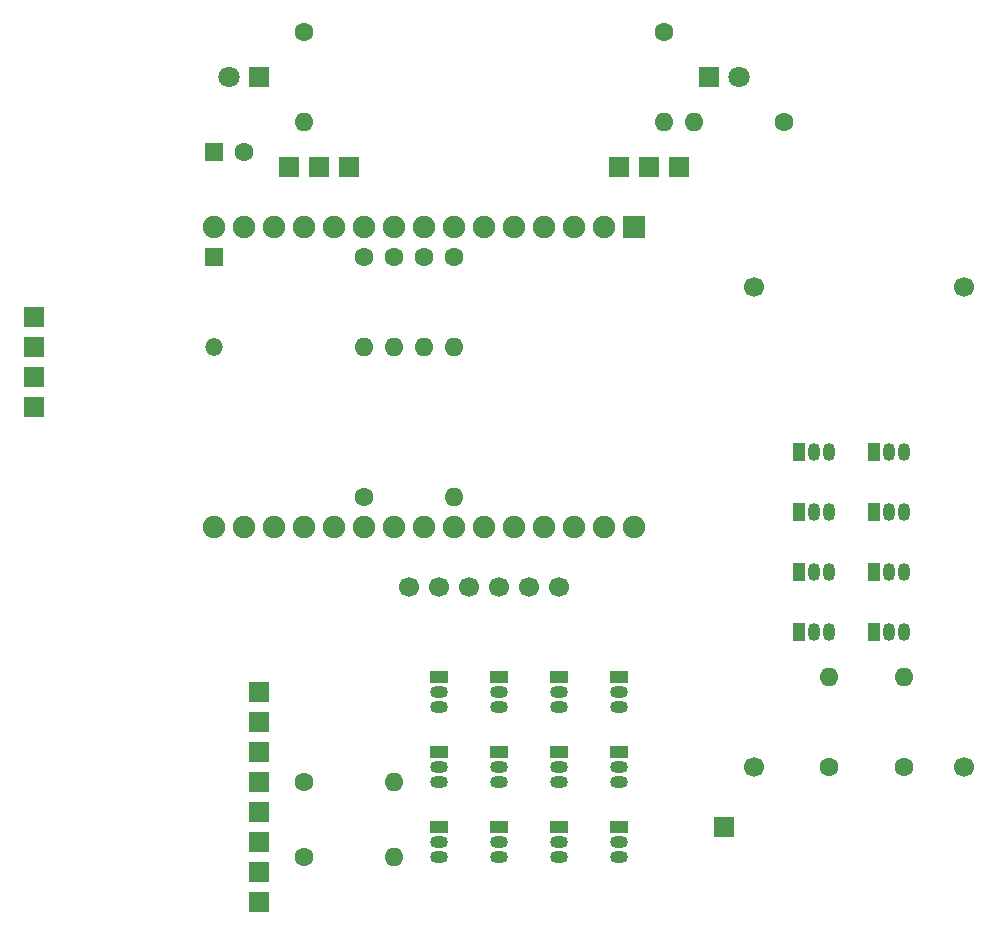
<source format=gbr>
%TF.GenerationSoftware,KiCad,Pcbnew,7.0.10*%
%TF.CreationDate,2024-02-07T14:22:42-05:00*%
%TF.ProjectId,board_up,626f6172-645f-4757-902e-6b696361645f,rev?*%
%TF.SameCoordinates,Original*%
%TF.FileFunction,Soldermask,Top*%
%TF.FilePolarity,Negative*%
%FSLAX46Y46*%
G04 Gerber Fmt 4.6, Leading zero omitted, Abs format (unit mm)*
G04 Created by KiCad (PCBNEW 7.0.10) date 2024-02-07 14:22:42*
%MOMM*%
%LPD*%
G01*
G04 APERTURE LIST*
G04 Aperture macros list*
%AMRoundRect*
0 Rectangle with rounded corners*
0 $1 Rounding radius*
0 $2 $3 $4 $5 $6 $7 $8 $9 X,Y pos of 4 corners*
0 Add a 4 corners polygon primitive as box body*
4,1,4,$2,$3,$4,$5,$6,$7,$8,$9,$2,$3,0*
0 Add four circle primitives for the rounded corners*
1,1,$1+$1,$2,$3*
1,1,$1+$1,$4,$5*
1,1,$1+$1,$6,$7*
1,1,$1+$1,$8,$9*
0 Add four rect primitives between the rounded corners*
20,1,$1+$1,$2,$3,$4,$5,0*
20,1,$1+$1,$4,$5,$6,$7,0*
20,1,$1+$1,$6,$7,$8,$9,0*
20,1,$1+$1,$8,$9,$2,$3,0*%
G04 Aperture macros list end*
%ADD10R,1.500000X1.050000*%
%ADD11O,1.500000X1.050000*%
%ADD12C,1.600000*%
%ADD13O,1.600000X1.600000*%
%ADD14R,1.700000X1.700000*%
%ADD15R,1.050000X1.500000*%
%ADD16O,1.050000X1.500000*%
%ADD17RoundRect,0.102000X-0.850000X0.850000X-0.850000X-0.850000X0.850000X-0.850000X0.850000X0.850000X0*%
%ADD18C,1.904000*%
%ADD19R,1.800000X1.800000*%
%ADD20C,1.800000*%
%ADD21R,1.600000X1.600000*%
%ADD22R,1.500000X1.500000*%
%ADD23O,1.500000X1.500000*%
%ADD24C,1.700000*%
G04 APERTURE END LIST*
D10*
%TO.C,Q402*%
X55880000Y-74930000D03*
D11*
X55880000Y-76200000D03*
X55880000Y-77470000D03*
%TD*%
D12*
%TO.C,R102*%
X64770000Y-7620000D03*
D13*
X64770000Y-15240000D03*
%TD*%
D14*
%TO.C,J120*%
X30480000Y-81280000D03*
%TD*%
D15*
%TO.C,Q502*%
X76200000Y-48260000D03*
D16*
X77470000Y-48260000D03*
X78740000Y-48260000D03*
%TD*%
D12*
%TO.C,R107*%
X85090000Y-69850000D03*
D13*
X85090000Y-62230000D03*
%TD*%
D14*
%TO.C,J111*%
X63500000Y-19050000D03*
%TD*%
D15*
%TO.C,Q501*%
X76200000Y-43180000D03*
D16*
X77470000Y-43180000D03*
X78740000Y-43180000D03*
%TD*%
D14*
%TO.C,J117*%
X30480000Y-73660000D03*
%TD*%
D12*
%TO.C,R501*%
X44450000Y-26670000D03*
D13*
X44450000Y-34290000D03*
%TD*%
D14*
%TO.C,J102*%
X38100000Y-19050000D03*
%TD*%
D15*
%TO.C,Q602*%
X82550000Y-48260000D03*
D16*
X83820000Y-48260000D03*
X85090000Y-48260000D03*
%TD*%
D14*
%TO.C,J103*%
X69850000Y-74930000D03*
%TD*%
%TO.C,J105*%
X33020000Y-19050000D03*
%TD*%
%TO.C,J114*%
X30480000Y-66040000D03*
%TD*%
D15*
%TO.C,Q603*%
X82550000Y-53340000D03*
D16*
X83820000Y-53340000D03*
X85090000Y-53340000D03*
%TD*%
D10*
%TO.C,Q303*%
X50800000Y-62230000D03*
D11*
X50800000Y-63500000D03*
X50800000Y-64770000D03*
%TD*%
D12*
%TO.C,R601*%
X46990000Y-26670000D03*
D13*
X46990000Y-34290000D03*
%TD*%
D14*
%TO.C,J110*%
X11430000Y-39370000D03*
%TD*%
D10*
%TO.C,Q302*%
X55880000Y-62230000D03*
D11*
X55880000Y-63500000D03*
X55880000Y-64770000D03*
%TD*%
D10*
%TO.C,Q203*%
X50800000Y-68580000D03*
D11*
X50800000Y-69850000D03*
X50800000Y-71120000D03*
%TD*%
D12*
%TO.C,R105*%
X34290000Y-77470000D03*
D13*
X41910000Y-77470000D03*
%TD*%
D10*
%TO.C,Q202*%
X55880000Y-68580000D03*
D11*
X55880000Y-69850000D03*
X55880000Y-71120000D03*
%TD*%
D14*
%TO.C,J118*%
X30480000Y-76200000D03*
%TD*%
%TO.C,J115*%
X30480000Y-68580000D03*
%TD*%
%TO.C,J112*%
X35560000Y-19050000D03*
%TD*%
D15*
%TO.C,Q601*%
X82550000Y-43180000D03*
D16*
X83820000Y-43180000D03*
X85090000Y-43180000D03*
%TD*%
D12*
%TO.C,R101*%
X74930000Y-15240000D03*
D13*
X67310000Y-15240000D03*
%TD*%
D15*
%TO.C,Q504*%
X76200000Y-58420000D03*
D16*
X77470000Y-58420000D03*
X78740000Y-58420000D03*
%TD*%
D12*
%TO.C,R106*%
X78740000Y-69850000D03*
D13*
X78740000Y-62230000D03*
%TD*%
D14*
%TO.C,J108*%
X11430000Y-36830000D03*
%TD*%
%TO.C,J106*%
X11430000Y-31750000D03*
%TD*%
%TO.C,J104*%
X66040000Y-19050000D03*
%TD*%
%TO.C,J101*%
X60960000Y-19050000D03*
%TD*%
D17*
%TO.C,U103*%
X62230000Y-24130000D03*
D18*
X59690000Y-24130000D03*
X57150000Y-24130000D03*
X54610000Y-24130000D03*
X52070000Y-24130000D03*
X49530000Y-24130000D03*
X46990000Y-24130000D03*
X44450000Y-24130000D03*
X41910000Y-24130000D03*
X39370000Y-24130000D03*
X36830000Y-24130000D03*
X34290000Y-24130000D03*
X31750000Y-24130000D03*
X29210000Y-24130000D03*
X26670000Y-24130000D03*
X26670000Y-49530000D03*
X29210000Y-49530000D03*
X31750000Y-49530000D03*
X34290000Y-49530000D03*
X36830000Y-49530000D03*
X39370000Y-49530000D03*
X41910000Y-49530000D03*
X44450000Y-49530000D03*
X46990000Y-49530000D03*
X49530000Y-49530000D03*
X52070000Y-49530000D03*
X54610000Y-49530000D03*
X57150000Y-49530000D03*
X59690000Y-49530000D03*
X62230000Y-49530000D03*
%TD*%
D10*
%TO.C,Q304*%
X45720000Y-62230000D03*
D11*
X45720000Y-63500000D03*
X45720000Y-64770000D03*
%TD*%
D19*
%TO.C,D101*%
X68580000Y-11430000D03*
D20*
X71120000Y-11430000D03*
%TD*%
D10*
%TO.C,Q401*%
X60960000Y-74930000D03*
D11*
X60960000Y-76200000D03*
X60960000Y-77470000D03*
%TD*%
D10*
%TO.C,Q201*%
X60960000Y-68580000D03*
D11*
X60960000Y-69850000D03*
X60960000Y-71120000D03*
%TD*%
D10*
%TO.C,Q301*%
X60960000Y-62230000D03*
D11*
X60960000Y-63500000D03*
X60960000Y-64770000D03*
%TD*%
D19*
%TO.C,D102*%
X30480000Y-11430000D03*
D20*
X27940000Y-11430000D03*
%TD*%
D21*
%TO.C,C102*%
X26710000Y-17780000D03*
D12*
X29210000Y-17780000D03*
%TD*%
D22*
%TO.C,D103*%
X26670000Y-26665000D03*
D23*
X26670000Y-34285000D03*
%TD*%
D10*
%TO.C,Q403*%
X50800000Y-74930000D03*
D11*
X50800000Y-76200000D03*
X50800000Y-77470000D03*
%TD*%
D15*
%TO.C,Q503*%
X76200000Y-53340000D03*
D16*
X77470000Y-53340000D03*
X78740000Y-53340000D03*
%TD*%
D24*
%TO.C,U101*%
X72390000Y-69850000D03*
X90170000Y-69850000D03*
X72390000Y-29210000D03*
X90170000Y-29210000D03*
%TD*%
D12*
%TO.C,R301*%
X39370000Y-46990000D03*
D13*
X46990000Y-46990000D03*
%TD*%
D14*
%TO.C,J116*%
X30480000Y-71120000D03*
%TD*%
D12*
%TO.C,R401*%
X41910000Y-26670000D03*
D13*
X41910000Y-34290000D03*
%TD*%
D14*
%TO.C,J119*%
X30480000Y-78740000D03*
%TD*%
D24*
%TO.C,U102*%
X43180000Y-54610000D03*
X45720000Y-54610000D03*
X48260000Y-54610000D03*
X50800000Y-54610000D03*
X53340000Y-54610000D03*
X55880000Y-54610000D03*
%TD*%
D12*
%TO.C,R201*%
X39370000Y-26670000D03*
D13*
X39370000Y-34290000D03*
%TD*%
D14*
%TO.C,J113*%
X30480000Y-63500000D03*
%TD*%
D12*
%TO.C,R103*%
X34290000Y-7620000D03*
D13*
X34290000Y-15240000D03*
%TD*%
D10*
%TO.C,Q404*%
X45720000Y-74930000D03*
D11*
X45720000Y-76200000D03*
X45720000Y-77470000D03*
%TD*%
D12*
%TO.C,R104*%
X34290000Y-71120000D03*
D13*
X41910000Y-71120000D03*
%TD*%
D15*
%TO.C,Q604*%
X82550000Y-58420000D03*
D16*
X83820000Y-58420000D03*
X85090000Y-58420000D03*
%TD*%
D14*
%TO.C,J109*%
X11430000Y-34290000D03*
%TD*%
D10*
%TO.C,Q204*%
X45720000Y-68580000D03*
D11*
X45720000Y-69850000D03*
X45720000Y-71120000D03*
%TD*%
M02*

</source>
